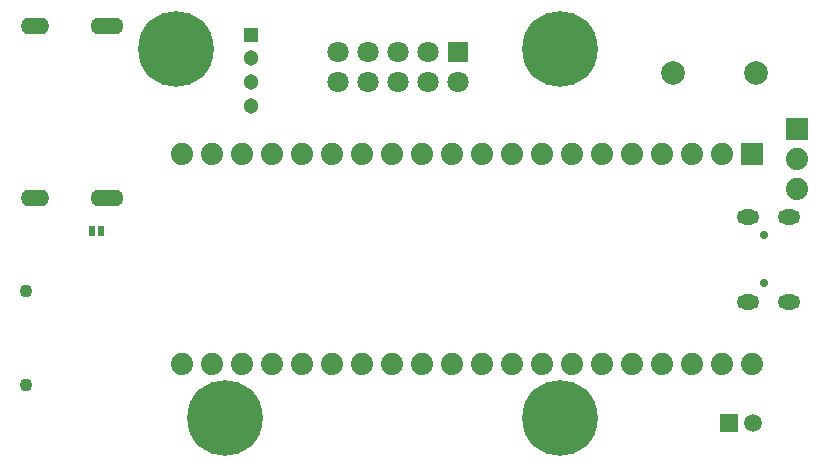
<source format=gbr>
%TF.GenerationSoftware,KiCad,Pcbnew,5.1.0-rc2-unknown-036be7d~80~ubuntu16.04.1*%
%TF.CreationDate,2022-03-09T08:52:48+02:00*%
%TF.ProjectId,RP2040-PICO-PC_rev_C,52503230-3430-42d5-9049-434f2d50435f,C*%
%TF.SameCoordinates,Original*%
%TF.FileFunction,Soldermask,Bot*%
%TF.FilePolarity,Negative*%
%FSLAX46Y46*%
G04 Gerber Fmt 4.6, Leading zero omitted, Abs format (unit mm)*
G04 Created by KiCad (PCBNEW 5.1.0-rc2-unknown-036be7d~80~ubuntu16.04.1) date 2022-03-09 08:52:48*
%MOMM*%
%LPD*%
G04 APERTURE LIST*
%ADD10C,1.879600*%
%ADD11R,1.879600X1.879600*%
%ADD12C,1.101600*%
%ADD13C,1.801600*%
%ADD14R,1.801600X1.801600*%
%ADD15R,1.301600X1.301600*%
%ADD16C,1.301600*%
%ADD17C,2.001600*%
%ADD18R,0.609600X0.863600*%
%ADD19C,6.401600*%
%ADD20C,1.501600*%
%ADD21R,1.501600X1.501600*%
%ADD22C,0.701600*%
%ADD23O,1.901600X1.301600*%
%ADD24O,2.401600X1.401600*%
%ADD25O,2.801600X1.401600*%
G04 APERTURE END LIST*
D10*
%TO.C,RP2040_PLATFORM1*%
X168910000Y-131318000D03*
X166370000Y-113538000D03*
X166370000Y-131318000D03*
X163830000Y-113538000D03*
X161290000Y-113538000D03*
X161290000Y-131318000D03*
X181610000Y-131318000D03*
X148590000Y-113538000D03*
X153670000Y-131318000D03*
X135890000Y-131318000D03*
X156210000Y-113538000D03*
X168910000Y-113538000D03*
X181610000Y-113538000D03*
D11*
X184150000Y-113538000D03*
D10*
X140970000Y-131318000D03*
X148590000Y-131318000D03*
X146050000Y-131318000D03*
X151130000Y-131318000D03*
X176530000Y-131318000D03*
X138430000Y-131318000D03*
X163830000Y-131318000D03*
X138430000Y-113538000D03*
X140970000Y-113538000D03*
X153670000Y-113538000D03*
X173990000Y-113538000D03*
X171450000Y-131318000D03*
X135890000Y-113538000D03*
X151130000Y-113538000D03*
X184150000Y-131318000D03*
X176530000Y-113538000D03*
X171450000Y-113538000D03*
X146050000Y-113538000D03*
X179070000Y-113538000D03*
X156210000Y-131318000D03*
X143510000Y-113538000D03*
X158750000Y-113538000D03*
X158750000Y-131318000D03*
X143510000Y-131318000D03*
X179070000Y-131318000D03*
X173990000Y-131318000D03*
%TD*%
D12*
%TO.C,MICRO_SD1*%
X122732800Y-133096000D03*
X122732800Y-125095000D03*
%TD*%
D13*
%TO.C,UEXT1*%
X149098000Y-107442000D03*
X149098000Y-104902000D03*
X151638000Y-107442000D03*
X151638000Y-104902000D03*
X154178000Y-107442000D03*
X154178000Y-104902000D03*
X156718000Y-107442000D03*
X156718000Y-104902000D03*
X159258000Y-107442000D03*
D14*
X159258000Y-104902000D03*
%TD*%
D15*
%TO.C,CON2*%
X141774000Y-103426000D03*
D16*
X141774000Y-105426000D03*
X141774000Y-107426000D03*
X141774000Y-109426000D03*
%TD*%
D10*
%TO.C,DBG1*%
X187960000Y-116459000D03*
X187960000Y-113919000D03*
D11*
X187960000Y-111379000D03*
%TD*%
D17*
%TO.C,AUDIO_JACK_1*%
X184483000Y-106680000D03*
X177483000Y-106680000D03*
%TD*%
D18*
%TO.C,5V_ENABLE1*%
X128270000Y-120015000D03*
X129032000Y-120015000D03*
%TD*%
D16*
%TO.C,MH3*%
X165481000Y-104648000D03*
X170307000Y-104648000D03*
X169545000Y-106299000D03*
X166243000Y-106426000D03*
X169545000Y-102997000D03*
X166243000Y-102997000D03*
X167894000Y-107061000D03*
X167894000Y-102235000D03*
D19*
X167894000Y-104648000D03*
%TD*%
D20*
%TO.C,BAT_CON1*%
X184261760Y-136288780D03*
D21*
X182232300Y-136291320D03*
%TD*%
D22*
%TO.C,USB1*%
X185171000Y-124428000D03*
X185171000Y-120428000D03*
D23*
X187321000Y-126028000D03*
X183851000Y-126028000D03*
X183851000Y-118828000D03*
X187321000Y-118828000D03*
%TD*%
D16*
%TO.C,MH1*%
X132969000Y-104648000D03*
X137795000Y-104648000D03*
X137033000Y-106299000D03*
X133731000Y-106426000D03*
X137033000Y-102997000D03*
X133731000Y-102997000D03*
X135382000Y-107061000D03*
X135382000Y-102235000D03*
D19*
X135382000Y-104648000D03*
%TD*%
D16*
%TO.C,MH2*%
X137160000Y-135890000D03*
X141986000Y-135890000D03*
X141224000Y-137541000D03*
X137922000Y-137668000D03*
X141224000Y-134239000D03*
X137922000Y-134239000D03*
X139573000Y-138303000D03*
X139573000Y-133477000D03*
D19*
X139573000Y-135890000D03*
%TD*%
D16*
%TO.C,MH4*%
X165481000Y-135890000D03*
X170307000Y-135890000D03*
X169545000Y-137541000D03*
X166243000Y-137668000D03*
X169545000Y-134239000D03*
X166243000Y-134239000D03*
X167894000Y-138303000D03*
X167894000Y-133477000D03*
D19*
X167894000Y-135890000D03*
%TD*%
D24*
%TO.C,HDMI1*%
X123518000Y-102682000D03*
X123518000Y-117282000D03*
D25*
X129568000Y-117282000D03*
X129568000Y-102682000D03*
%TD*%
M02*

</source>
